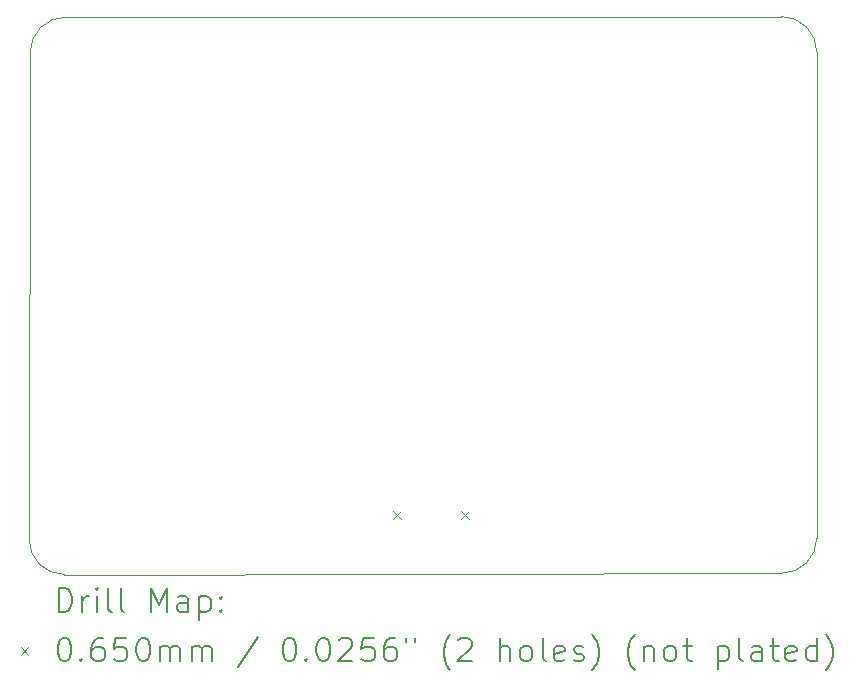
<source format=gbr>
%FSLAX45Y45*%
G04 Gerber Fmt 4.5, Leading zero omitted, Abs format (unit mm)*
G04 Created by KiCad (PCBNEW (6.0.0)) date 2023-04-26 08:22:43*
%MOMM*%
%LPD*%
G01*
G04 APERTURE LIST*
%TA.AperFunction,Profile*%
%ADD10C,0.100000*%
%TD*%
%ADD11C,0.200000*%
%ADD12C,0.065000*%
G04 APERTURE END LIST*
D10*
X6680000Y-11905750D02*
X6690000Y-7785750D01*
X13049868Y-12195868D02*
G75*
G03*
X13349868Y-11895868I0J300000D01*
G01*
X13049868Y-12195868D02*
X6980000Y-12205750D01*
X6990000Y-7485750D02*
G75*
G03*
X6690000Y-7785750I0J-300000D01*
G01*
X13349868Y-11895868D02*
X13350000Y-7781000D01*
X6680000Y-11905750D02*
G75*
G03*
X6980000Y-12205750I300000J0D01*
G01*
X13350000Y-7781000D02*
G75*
G03*
X13050000Y-7481000I-300000J0D01*
G01*
X13050000Y-7481000D02*
X6990000Y-7485750D01*
D11*
D12*
X9762427Y-11669250D02*
X9827427Y-11734250D01*
X9827427Y-11669250D02*
X9762427Y-11734250D01*
X10340427Y-11669250D02*
X10405427Y-11734250D01*
X10405427Y-11669250D02*
X10340427Y-11734250D01*
D11*
X6932619Y-12521226D02*
X6932619Y-12321226D01*
X6980238Y-12321226D01*
X7008809Y-12330750D01*
X7027857Y-12349798D01*
X7037381Y-12368845D01*
X7046905Y-12406940D01*
X7046905Y-12435512D01*
X7037381Y-12473607D01*
X7027857Y-12492655D01*
X7008809Y-12511702D01*
X6980238Y-12521226D01*
X6932619Y-12521226D01*
X7132619Y-12521226D02*
X7132619Y-12387893D01*
X7132619Y-12425988D02*
X7142143Y-12406940D01*
X7151667Y-12397417D01*
X7170714Y-12387893D01*
X7189762Y-12387893D01*
X7256428Y-12521226D02*
X7256428Y-12387893D01*
X7256428Y-12321226D02*
X7246905Y-12330750D01*
X7256428Y-12340274D01*
X7265952Y-12330750D01*
X7256428Y-12321226D01*
X7256428Y-12340274D01*
X7380238Y-12521226D02*
X7361190Y-12511702D01*
X7351667Y-12492655D01*
X7351667Y-12321226D01*
X7485000Y-12521226D02*
X7465952Y-12511702D01*
X7456428Y-12492655D01*
X7456428Y-12321226D01*
X7713571Y-12521226D02*
X7713571Y-12321226D01*
X7780238Y-12464083D01*
X7846905Y-12321226D01*
X7846905Y-12521226D01*
X8027857Y-12521226D02*
X8027857Y-12416464D01*
X8018333Y-12397417D01*
X7999286Y-12387893D01*
X7961190Y-12387893D01*
X7942143Y-12397417D01*
X8027857Y-12511702D02*
X8008809Y-12521226D01*
X7961190Y-12521226D01*
X7942143Y-12511702D01*
X7932619Y-12492655D01*
X7932619Y-12473607D01*
X7942143Y-12454559D01*
X7961190Y-12445036D01*
X8008809Y-12445036D01*
X8027857Y-12435512D01*
X8123095Y-12387893D02*
X8123095Y-12587893D01*
X8123095Y-12397417D02*
X8142143Y-12387893D01*
X8180238Y-12387893D01*
X8199286Y-12397417D01*
X8208809Y-12406940D01*
X8218333Y-12425988D01*
X8218333Y-12483131D01*
X8208809Y-12502178D01*
X8199286Y-12511702D01*
X8180238Y-12521226D01*
X8142143Y-12521226D01*
X8123095Y-12511702D01*
X8304048Y-12502178D02*
X8313571Y-12511702D01*
X8304048Y-12521226D01*
X8294524Y-12511702D01*
X8304048Y-12502178D01*
X8304048Y-12521226D01*
X8304048Y-12397417D02*
X8313571Y-12406940D01*
X8304048Y-12416464D01*
X8294524Y-12406940D01*
X8304048Y-12397417D01*
X8304048Y-12416464D01*
D12*
X6610000Y-12818250D02*
X6675000Y-12883250D01*
X6675000Y-12818250D02*
X6610000Y-12883250D01*
D11*
X6970714Y-12741226D02*
X6989762Y-12741226D01*
X7008809Y-12750750D01*
X7018333Y-12760274D01*
X7027857Y-12779321D01*
X7037381Y-12817417D01*
X7037381Y-12865036D01*
X7027857Y-12903131D01*
X7018333Y-12922178D01*
X7008809Y-12931702D01*
X6989762Y-12941226D01*
X6970714Y-12941226D01*
X6951667Y-12931702D01*
X6942143Y-12922178D01*
X6932619Y-12903131D01*
X6923095Y-12865036D01*
X6923095Y-12817417D01*
X6932619Y-12779321D01*
X6942143Y-12760274D01*
X6951667Y-12750750D01*
X6970714Y-12741226D01*
X7123095Y-12922178D02*
X7132619Y-12931702D01*
X7123095Y-12941226D01*
X7113571Y-12931702D01*
X7123095Y-12922178D01*
X7123095Y-12941226D01*
X7304048Y-12741226D02*
X7265952Y-12741226D01*
X7246905Y-12750750D01*
X7237381Y-12760274D01*
X7218333Y-12788845D01*
X7208809Y-12826940D01*
X7208809Y-12903131D01*
X7218333Y-12922178D01*
X7227857Y-12931702D01*
X7246905Y-12941226D01*
X7285000Y-12941226D01*
X7304048Y-12931702D01*
X7313571Y-12922178D01*
X7323095Y-12903131D01*
X7323095Y-12855512D01*
X7313571Y-12836464D01*
X7304048Y-12826940D01*
X7285000Y-12817417D01*
X7246905Y-12817417D01*
X7227857Y-12826940D01*
X7218333Y-12836464D01*
X7208809Y-12855512D01*
X7504048Y-12741226D02*
X7408809Y-12741226D01*
X7399286Y-12836464D01*
X7408809Y-12826940D01*
X7427857Y-12817417D01*
X7475476Y-12817417D01*
X7494524Y-12826940D01*
X7504048Y-12836464D01*
X7513571Y-12855512D01*
X7513571Y-12903131D01*
X7504048Y-12922178D01*
X7494524Y-12931702D01*
X7475476Y-12941226D01*
X7427857Y-12941226D01*
X7408809Y-12931702D01*
X7399286Y-12922178D01*
X7637381Y-12741226D02*
X7656428Y-12741226D01*
X7675476Y-12750750D01*
X7685000Y-12760274D01*
X7694524Y-12779321D01*
X7704048Y-12817417D01*
X7704048Y-12865036D01*
X7694524Y-12903131D01*
X7685000Y-12922178D01*
X7675476Y-12931702D01*
X7656428Y-12941226D01*
X7637381Y-12941226D01*
X7618333Y-12931702D01*
X7608809Y-12922178D01*
X7599286Y-12903131D01*
X7589762Y-12865036D01*
X7589762Y-12817417D01*
X7599286Y-12779321D01*
X7608809Y-12760274D01*
X7618333Y-12750750D01*
X7637381Y-12741226D01*
X7789762Y-12941226D02*
X7789762Y-12807893D01*
X7789762Y-12826940D02*
X7799286Y-12817417D01*
X7818333Y-12807893D01*
X7846905Y-12807893D01*
X7865952Y-12817417D01*
X7875476Y-12836464D01*
X7875476Y-12941226D01*
X7875476Y-12836464D02*
X7885000Y-12817417D01*
X7904048Y-12807893D01*
X7932619Y-12807893D01*
X7951667Y-12817417D01*
X7961190Y-12836464D01*
X7961190Y-12941226D01*
X8056428Y-12941226D02*
X8056428Y-12807893D01*
X8056428Y-12826940D02*
X8065952Y-12817417D01*
X8085000Y-12807893D01*
X8113571Y-12807893D01*
X8132619Y-12817417D01*
X8142143Y-12836464D01*
X8142143Y-12941226D01*
X8142143Y-12836464D02*
X8151667Y-12817417D01*
X8170714Y-12807893D01*
X8199286Y-12807893D01*
X8218333Y-12817417D01*
X8227857Y-12836464D01*
X8227857Y-12941226D01*
X8618333Y-12731702D02*
X8446905Y-12988845D01*
X8875476Y-12741226D02*
X8894524Y-12741226D01*
X8913571Y-12750750D01*
X8923095Y-12760274D01*
X8932619Y-12779321D01*
X8942143Y-12817417D01*
X8942143Y-12865036D01*
X8932619Y-12903131D01*
X8923095Y-12922178D01*
X8913571Y-12931702D01*
X8894524Y-12941226D01*
X8875476Y-12941226D01*
X8856429Y-12931702D01*
X8846905Y-12922178D01*
X8837381Y-12903131D01*
X8827857Y-12865036D01*
X8827857Y-12817417D01*
X8837381Y-12779321D01*
X8846905Y-12760274D01*
X8856429Y-12750750D01*
X8875476Y-12741226D01*
X9027857Y-12922178D02*
X9037381Y-12931702D01*
X9027857Y-12941226D01*
X9018333Y-12931702D01*
X9027857Y-12922178D01*
X9027857Y-12941226D01*
X9161190Y-12741226D02*
X9180238Y-12741226D01*
X9199286Y-12750750D01*
X9208810Y-12760274D01*
X9218333Y-12779321D01*
X9227857Y-12817417D01*
X9227857Y-12865036D01*
X9218333Y-12903131D01*
X9208810Y-12922178D01*
X9199286Y-12931702D01*
X9180238Y-12941226D01*
X9161190Y-12941226D01*
X9142143Y-12931702D01*
X9132619Y-12922178D01*
X9123095Y-12903131D01*
X9113571Y-12865036D01*
X9113571Y-12817417D01*
X9123095Y-12779321D01*
X9132619Y-12760274D01*
X9142143Y-12750750D01*
X9161190Y-12741226D01*
X9304048Y-12760274D02*
X9313571Y-12750750D01*
X9332619Y-12741226D01*
X9380238Y-12741226D01*
X9399286Y-12750750D01*
X9408810Y-12760274D01*
X9418333Y-12779321D01*
X9418333Y-12798369D01*
X9408810Y-12826940D01*
X9294524Y-12941226D01*
X9418333Y-12941226D01*
X9599286Y-12741226D02*
X9504048Y-12741226D01*
X9494524Y-12836464D01*
X9504048Y-12826940D01*
X9523095Y-12817417D01*
X9570714Y-12817417D01*
X9589762Y-12826940D01*
X9599286Y-12836464D01*
X9608810Y-12855512D01*
X9608810Y-12903131D01*
X9599286Y-12922178D01*
X9589762Y-12931702D01*
X9570714Y-12941226D01*
X9523095Y-12941226D01*
X9504048Y-12931702D01*
X9494524Y-12922178D01*
X9780238Y-12741226D02*
X9742143Y-12741226D01*
X9723095Y-12750750D01*
X9713571Y-12760274D01*
X9694524Y-12788845D01*
X9685000Y-12826940D01*
X9685000Y-12903131D01*
X9694524Y-12922178D01*
X9704048Y-12931702D01*
X9723095Y-12941226D01*
X9761190Y-12941226D01*
X9780238Y-12931702D01*
X9789762Y-12922178D01*
X9799286Y-12903131D01*
X9799286Y-12855512D01*
X9789762Y-12836464D01*
X9780238Y-12826940D01*
X9761190Y-12817417D01*
X9723095Y-12817417D01*
X9704048Y-12826940D01*
X9694524Y-12836464D01*
X9685000Y-12855512D01*
X9875476Y-12741226D02*
X9875476Y-12779321D01*
X9951667Y-12741226D02*
X9951667Y-12779321D01*
X10246905Y-13017417D02*
X10237381Y-13007893D01*
X10218333Y-12979321D01*
X10208810Y-12960274D01*
X10199286Y-12931702D01*
X10189762Y-12884083D01*
X10189762Y-12845988D01*
X10199286Y-12798369D01*
X10208810Y-12769798D01*
X10218333Y-12750750D01*
X10237381Y-12722178D01*
X10246905Y-12712655D01*
X10313571Y-12760274D02*
X10323095Y-12750750D01*
X10342143Y-12741226D01*
X10389762Y-12741226D01*
X10408810Y-12750750D01*
X10418333Y-12760274D01*
X10427857Y-12779321D01*
X10427857Y-12798369D01*
X10418333Y-12826940D01*
X10304048Y-12941226D01*
X10427857Y-12941226D01*
X10665952Y-12941226D02*
X10665952Y-12741226D01*
X10751667Y-12941226D02*
X10751667Y-12836464D01*
X10742143Y-12817417D01*
X10723095Y-12807893D01*
X10694524Y-12807893D01*
X10675476Y-12817417D01*
X10665952Y-12826940D01*
X10875476Y-12941226D02*
X10856429Y-12931702D01*
X10846905Y-12922178D01*
X10837381Y-12903131D01*
X10837381Y-12845988D01*
X10846905Y-12826940D01*
X10856429Y-12817417D01*
X10875476Y-12807893D01*
X10904048Y-12807893D01*
X10923095Y-12817417D01*
X10932619Y-12826940D01*
X10942143Y-12845988D01*
X10942143Y-12903131D01*
X10932619Y-12922178D01*
X10923095Y-12931702D01*
X10904048Y-12941226D01*
X10875476Y-12941226D01*
X11056429Y-12941226D02*
X11037381Y-12931702D01*
X11027857Y-12912655D01*
X11027857Y-12741226D01*
X11208809Y-12931702D02*
X11189762Y-12941226D01*
X11151667Y-12941226D01*
X11132619Y-12931702D01*
X11123095Y-12912655D01*
X11123095Y-12836464D01*
X11132619Y-12817417D01*
X11151667Y-12807893D01*
X11189762Y-12807893D01*
X11208809Y-12817417D01*
X11218333Y-12836464D01*
X11218333Y-12855512D01*
X11123095Y-12874559D01*
X11294524Y-12931702D02*
X11313571Y-12941226D01*
X11351667Y-12941226D01*
X11370714Y-12931702D01*
X11380238Y-12912655D01*
X11380238Y-12903131D01*
X11370714Y-12884083D01*
X11351667Y-12874559D01*
X11323095Y-12874559D01*
X11304048Y-12865036D01*
X11294524Y-12845988D01*
X11294524Y-12836464D01*
X11304048Y-12817417D01*
X11323095Y-12807893D01*
X11351667Y-12807893D01*
X11370714Y-12817417D01*
X11446905Y-13017417D02*
X11456428Y-13007893D01*
X11475476Y-12979321D01*
X11485000Y-12960274D01*
X11494524Y-12931702D01*
X11504048Y-12884083D01*
X11504048Y-12845988D01*
X11494524Y-12798369D01*
X11485000Y-12769798D01*
X11475476Y-12750750D01*
X11456428Y-12722178D01*
X11446905Y-12712655D01*
X11808809Y-13017417D02*
X11799286Y-13007893D01*
X11780238Y-12979321D01*
X11770714Y-12960274D01*
X11761190Y-12931702D01*
X11751667Y-12884083D01*
X11751667Y-12845988D01*
X11761190Y-12798369D01*
X11770714Y-12769798D01*
X11780238Y-12750750D01*
X11799286Y-12722178D01*
X11808809Y-12712655D01*
X11885000Y-12807893D02*
X11885000Y-12941226D01*
X11885000Y-12826940D02*
X11894524Y-12817417D01*
X11913571Y-12807893D01*
X11942143Y-12807893D01*
X11961190Y-12817417D01*
X11970714Y-12836464D01*
X11970714Y-12941226D01*
X12094524Y-12941226D02*
X12075476Y-12931702D01*
X12065952Y-12922178D01*
X12056428Y-12903131D01*
X12056428Y-12845988D01*
X12065952Y-12826940D01*
X12075476Y-12817417D01*
X12094524Y-12807893D01*
X12123095Y-12807893D01*
X12142143Y-12817417D01*
X12151667Y-12826940D01*
X12161190Y-12845988D01*
X12161190Y-12903131D01*
X12151667Y-12922178D01*
X12142143Y-12931702D01*
X12123095Y-12941226D01*
X12094524Y-12941226D01*
X12218333Y-12807893D02*
X12294524Y-12807893D01*
X12246905Y-12741226D02*
X12246905Y-12912655D01*
X12256428Y-12931702D01*
X12275476Y-12941226D01*
X12294524Y-12941226D01*
X12513571Y-12807893D02*
X12513571Y-13007893D01*
X12513571Y-12817417D02*
X12532619Y-12807893D01*
X12570714Y-12807893D01*
X12589762Y-12817417D01*
X12599286Y-12826940D01*
X12608809Y-12845988D01*
X12608809Y-12903131D01*
X12599286Y-12922178D01*
X12589762Y-12931702D01*
X12570714Y-12941226D01*
X12532619Y-12941226D01*
X12513571Y-12931702D01*
X12723095Y-12941226D02*
X12704048Y-12931702D01*
X12694524Y-12912655D01*
X12694524Y-12741226D01*
X12885000Y-12941226D02*
X12885000Y-12836464D01*
X12875476Y-12817417D01*
X12856428Y-12807893D01*
X12818333Y-12807893D01*
X12799286Y-12817417D01*
X12885000Y-12931702D02*
X12865952Y-12941226D01*
X12818333Y-12941226D01*
X12799286Y-12931702D01*
X12789762Y-12912655D01*
X12789762Y-12893607D01*
X12799286Y-12874559D01*
X12818333Y-12865036D01*
X12865952Y-12865036D01*
X12885000Y-12855512D01*
X12951667Y-12807893D02*
X13027857Y-12807893D01*
X12980238Y-12741226D02*
X12980238Y-12912655D01*
X12989762Y-12931702D01*
X13008809Y-12941226D01*
X13027857Y-12941226D01*
X13170714Y-12931702D02*
X13151667Y-12941226D01*
X13113571Y-12941226D01*
X13094524Y-12931702D01*
X13085000Y-12912655D01*
X13085000Y-12836464D01*
X13094524Y-12817417D01*
X13113571Y-12807893D01*
X13151667Y-12807893D01*
X13170714Y-12817417D01*
X13180238Y-12836464D01*
X13180238Y-12855512D01*
X13085000Y-12874559D01*
X13351667Y-12941226D02*
X13351667Y-12741226D01*
X13351667Y-12931702D02*
X13332619Y-12941226D01*
X13294524Y-12941226D01*
X13275476Y-12931702D01*
X13265952Y-12922178D01*
X13256428Y-12903131D01*
X13256428Y-12845988D01*
X13265952Y-12826940D01*
X13275476Y-12817417D01*
X13294524Y-12807893D01*
X13332619Y-12807893D01*
X13351667Y-12817417D01*
X13427857Y-13017417D02*
X13437381Y-13007893D01*
X13456428Y-12979321D01*
X13465952Y-12960274D01*
X13475476Y-12931702D01*
X13485000Y-12884083D01*
X13485000Y-12845988D01*
X13475476Y-12798369D01*
X13465952Y-12769798D01*
X13456428Y-12750750D01*
X13437381Y-12722178D01*
X13427857Y-12712655D01*
M02*

</source>
